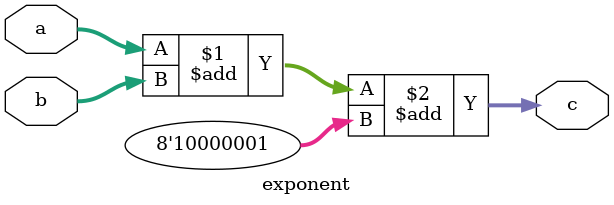
<source format=v>
module exponent (a,b,c);
input [7:0]a,b;
output [7:0]c;
assign c=a+b+8'b10000001;
endmodule


</source>
